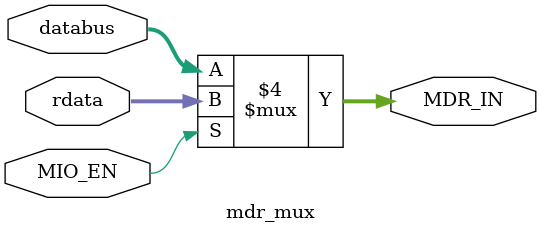
<source format=sv>
`timescale 1ns / 1ps


module mdr_mux(
    input logic [15:0] databus, rdata,
    input logic MIO_EN,
    output logic [15:0] MDR_IN
    );
    always_comb
    begin
    
    if (MIO_EN == 1'b0)
    MDR_IN = databus;
    
    else
    MDR_IN = rdata;
    end
    
endmodule

</source>
